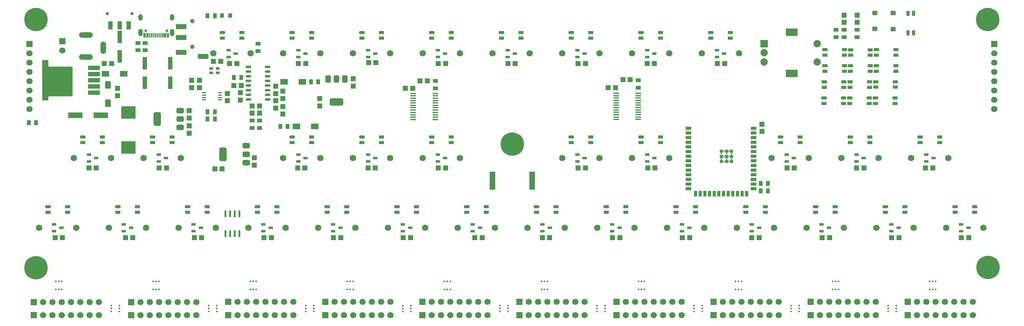
<source format=gbr>
%TF.GenerationSoftware,KiCad,Pcbnew,9.0.2*%
%TF.CreationDate,2025-12-20T18:09:27-05:00*%
%TF.ProjectId,Fracture,46726163-7475-4726-952e-6b696361645f,rev?*%
%TF.SameCoordinates,Original*%
%TF.FileFunction,Soldermask,Bot*%
%TF.FilePolarity,Negative*%
%FSLAX46Y46*%
G04 Gerber Fmt 4.6, Leading zero omitted, Abs format (unit mm)*
G04 Created by KiCad (PCBNEW 9.0.2) date 2025-12-20 18:09:27*
%MOMM*%
%LPD*%
G01*
G04 APERTURE LIST*
G04 Aperture macros list*
%AMRoundRect*
0 Rectangle with rounded corners*
0 $1 Rounding radius*
0 $2 $3 $4 $5 $6 $7 $8 $9 X,Y pos of 4 corners*
0 Add a 4 corners polygon primitive as box body*
4,1,4,$2,$3,$4,$5,$6,$7,$8,$9,$2,$3,0*
0 Add four circle primitives for the rounded corners*
1,1,$1+$1,$2,$3*
1,1,$1+$1,$4,$5*
1,1,$1+$1,$6,$7*
1,1,$1+$1,$8,$9*
0 Add four rect primitives between the rounded corners*
20,1,$1+$1,$2,$3,$4,$5,0*
20,1,$1+$1,$4,$5,$6,$7,0*
20,1,$1+$1,$6,$7,$8,$9,0*
20,1,$1+$1,$8,$9,$2,$3,0*%
%AMFreePoly0*
4,1,21,4.105355,5.175355,4.120000,5.140000,4.120000,-5.780000,4.105355,-5.815355,4.070000,-5.830000,2.540000,-5.830000,2.504645,-5.815355,2.490000,-5.780000,2.490000,-4.050000,-4.060000,-4.050000,-4.095355,-4.035355,-4.110000,-4.000000,-4.110000,4.000000,-4.095355,4.035355,-4.060000,4.050000,2.490000,4.050000,2.490000,5.140000,2.504645,5.175355,2.540000,5.190000,4.070000,5.190000,
4.105355,5.175355,4.105355,5.175355,$1*%
G04 Aperture macros list end*
%ADD10C,1.750000*%
%ADD11R,1.250000X0.700000*%
%ADD12R,1.700000X1.700000*%
%ADD13C,1.700000*%
%ADD14C,0.500000*%
%ADD15C,0.800000*%
%ADD16C,6.400000*%
%ADD17R,2.000000X2.000000*%
%ADD18C,2.000000*%
%ADD19R,3.200000X2.000000*%
%ADD20R,4.000000X1.600000*%
%ADD21R,1.410000X1.350000*%
%ADD22R,1.380000X1.130000*%
%ADD23R,1.450000X0.820000*%
%ADD24RoundRect,0.205000X0.520000X0.205000X-0.520000X0.205000X-0.520000X-0.205000X0.520000X-0.205000X0*%
%ADD25R,1.500000X5.000000*%
%ADD26R,1.360000X1.230000*%
%ADD27R,1.350000X1.410000*%
%ADD28C,0.900000*%
%ADD29R,1.200000X2.200000*%
%ADD30R,1.650000X0.400000*%
%ADD31R,2.060000X1.540000*%
%ADD32R,1.130000X1.380000*%
%ADD33R,0.820000X1.450000*%
%ADD34RoundRect,0.205000X-0.205000X0.520000X-0.205000X-0.520000X0.205000X-0.520000X0.205000X0.520000X0*%
%ADD35RoundRect,0.375000X-0.375000X0.625000X-0.375000X-0.625000X0.375000X-0.625000X0.375000X0.625000X0*%
%ADD36RoundRect,0.500000X-1.400000X0.500000X-1.400000X-0.500000X1.400000X-0.500000X1.400000X0.500000X0*%
%ADD37RoundRect,0.375000X0.625000X0.375000X-0.625000X0.375000X-0.625000X-0.375000X0.625000X-0.375000X0*%
%ADD38RoundRect,0.500000X0.500000X1.400000X-0.500000X1.400000X-0.500000X-1.400000X0.500000X-1.400000X0*%
%ADD39R,3.200000X1.150000*%
%ADD40FreePoly0,180.000000*%
%ADD41O,0.570000X1.950000*%
%ADD42R,1.000000X0.800000*%
%ADD43R,4.000000X3.500000*%
%ADD44C,1.200000*%
%ADD45R,3.000000X1.400000*%
%ADD46R,1.200000X3.500000*%
%ADD47R,1.000000X1.250000*%
%ADD48R,1.100000X0.400000*%
%ADD49R,1.540000X2.060000*%
%ADD50C,0.750000*%
%ADD51O,1.200000X2.000000*%
%ADD52O,1.200000X1.800000*%
%ADD53R,0.300000X1.300000*%
%ADD54O,1.600000X0.600000*%
%ADD55O,3.800000X1.500000*%
%ADD56O,1.500000X3.400000*%
%ADD57C,0.400000*%
%ADD58R,1.500000X0.900000*%
%ADD59R,0.900000X1.500000*%
%ADD60R,0.900000X0.900000*%
G04 APERTURE END LIST*
D10*
%TO.C,S1*%
X67220000Y-38075000D03*
X77380000Y-38075000D03*
D11*
X71325000Y-39050000D03*
X71325000Y-37150000D03*
X73325000Y-38100000D03*
%TD*%
D10*
%TO.C,S13*%
X124370000Y-66650000D03*
X134530000Y-66650000D03*
D11*
X128475000Y-67625000D03*
X128475000Y-65725000D03*
X130475000Y-66675000D03*
%TD*%
D10*
%TO.C,S7*%
X181520000Y-38075000D03*
X191680000Y-38075000D03*
D11*
X185625000Y-39050000D03*
X185625000Y-37150000D03*
X187625000Y-38100000D03*
%TD*%
D10*
%TO.C,S25*%
X133895000Y-85700000D03*
X144055000Y-85700000D03*
D11*
X138000000Y-86675000D03*
X138000000Y-84775000D03*
X140000000Y-85725000D03*
%TD*%
D12*
%TO.C,J5*%
X44730000Y-109570000D03*
D13*
X47270000Y-109570000D03*
X49810000Y-109570000D03*
X52350000Y-109570000D03*
X54890000Y-109570000D03*
X57430000Y-109570000D03*
X59970000Y-109570000D03*
X62510000Y-109570000D03*
%TD*%
D14*
%TO.C,mouse-bite-2.54mm-slot*%
X156745000Y-100350000D03*
X156745000Y-102550000D03*
X157545000Y-100350000D03*
X157545000Y-102550000D03*
X158345000Y-100350000D03*
X158345000Y-102550000D03*
%TD*%
D10*
%TO.C,S31*%
X248195000Y-85700000D03*
X258355000Y-85700000D03*
D11*
X252300000Y-86675000D03*
X252300000Y-84775000D03*
X254300000Y-85725000D03*
%TD*%
D14*
%TO.C,mouse-bite-2.54mm-slot*%
X209745000Y-100350000D03*
X209745000Y-102550000D03*
X210545000Y-100350000D03*
X210545000Y-102550000D03*
X211345000Y-100350000D03*
X211345000Y-102550000D03*
%TD*%
D10*
%TO.C,S10*%
X48170000Y-66650000D03*
X58330000Y-66650000D03*
D11*
X52275000Y-67625000D03*
X52275000Y-65725000D03*
X54275000Y-66675000D03*
%TD*%
D15*
%TO.C,H2*%
X276302944Y-96497056D03*
X277005888Y-94800000D03*
X277005888Y-98194112D03*
X278702944Y-94097056D03*
D16*
X278702944Y-96497056D03*
D15*
X278702944Y-98897056D03*
X280400000Y-94800000D03*
X280400000Y-98194112D03*
X281102944Y-96497056D03*
%TD*%
D10*
%TO.C,S21*%
X57695000Y-85700000D03*
X67855000Y-85700000D03*
D11*
X61800000Y-86675000D03*
X61800000Y-84775000D03*
X63800000Y-85725000D03*
%TD*%
D10*
%TO.C,S32*%
X267245000Y-85700000D03*
X277405000Y-85700000D03*
D11*
X271350000Y-86675000D03*
X271350000Y-84775000D03*
X273350000Y-85725000D03*
%TD*%
D14*
%TO.C,mouse-bite-2.54mm-slot*%
X171895000Y-108520000D03*
X174095000Y-108520000D03*
X171895000Y-107720000D03*
X174095000Y-107720000D03*
X171895000Y-106920000D03*
X174095000Y-106920000D03*
%TD*%
%TO.C,mouse-bite-2.54mm-slot*%
X262745000Y-100350000D03*
X262745000Y-102550000D03*
X263545000Y-100350000D03*
X263545000Y-102550000D03*
X264345000Y-100350000D03*
X264345000Y-102550000D03*
%TD*%
D10*
%TO.C,S26*%
X152945000Y-85700000D03*
X163105000Y-85700000D03*
D11*
X157050000Y-86675000D03*
X157050000Y-84775000D03*
X159050000Y-85725000D03*
%TD*%
D14*
%TO.C,mouse-bite-2.54mm-slot*%
X130245000Y-100350000D03*
X130245000Y-102550000D03*
X131045000Y-100350000D03*
X131045000Y-102550000D03*
X131845000Y-100350000D03*
X131845000Y-102550000D03*
%TD*%
D12*
%TO.C,J5*%
X256725000Y-109540000D03*
D13*
X259265000Y-109540000D03*
X261805000Y-109540000D03*
X264345000Y-109540000D03*
X266885000Y-109540000D03*
X269425000Y-109540000D03*
X271965000Y-109540000D03*
X274505000Y-109540000D03*
%TD*%
D14*
%TO.C,mouse-bite-2.54mm-slot*%
X198395000Y-108520000D03*
X200595000Y-108520000D03*
X198395000Y-107720000D03*
X200595000Y-107720000D03*
X198395000Y-106920000D03*
X200595000Y-106920000D03*
%TD*%
D10*
%TO.C,S15*%
X181520000Y-66650000D03*
X191680000Y-66650000D03*
D11*
X185625000Y-67625000D03*
X185625000Y-65725000D03*
X187625000Y-66675000D03*
%TD*%
D12*
%TO.C,J5*%
X97725000Y-109540000D03*
D13*
X100265000Y-109540000D03*
X102805000Y-109540000D03*
X105345000Y-109540000D03*
X107885000Y-109540000D03*
X110425000Y-109540000D03*
X112965000Y-109540000D03*
X115505000Y-109540000D03*
%TD*%
D10*
%TO.C,S5*%
X143420000Y-38075000D03*
X153580000Y-38075000D03*
D11*
X147525000Y-39050000D03*
X147525000Y-37150000D03*
X149525000Y-38100000D03*
%TD*%
D10*
%TO.C,S18*%
X257720000Y-66650000D03*
X267880000Y-66650000D03*
D11*
X261825000Y-67625000D03*
X261825000Y-65725000D03*
X263825000Y-66675000D03*
%TD*%
D10*
%TO.C,S11*%
X86270000Y-66650000D03*
X96430000Y-66650000D03*
D11*
X90375000Y-67625000D03*
X90375000Y-65725000D03*
X92375000Y-66675000D03*
%TD*%
D12*
%TO.C,J6*%
X230220000Y-105965000D03*
D13*
X232760000Y-105965000D03*
X235300000Y-105965000D03*
X237840000Y-105965000D03*
X240380000Y-105965000D03*
X242920000Y-105965000D03*
X245460000Y-105965000D03*
X248000000Y-105965000D03*
%TD*%
D12*
%TO.C,J6*%
X124220000Y-105965000D03*
D13*
X126760000Y-105965000D03*
X129300000Y-105965000D03*
X131840000Y-105965000D03*
X134380000Y-105965000D03*
X136920000Y-105965000D03*
X139460000Y-105965000D03*
X142000000Y-105965000D03*
%TD*%
D15*
%TO.C,H5*%
X146400000Y-62800000D03*
X147102944Y-61102944D03*
X147102944Y-64497056D03*
X148800000Y-60400000D03*
D16*
X148800000Y-62800000D03*
D15*
X148800000Y-65200000D03*
X150497056Y-61102944D03*
X150497056Y-64497056D03*
X151200000Y-62800000D03*
%TD*%
D10*
%TO.C,S14*%
X162470000Y-66650000D03*
X172630000Y-66650000D03*
D11*
X166575000Y-67625000D03*
X166575000Y-65725000D03*
X168575000Y-66675000D03*
%TD*%
D12*
%TO.C,J6*%
X177220000Y-105965000D03*
D13*
X179760000Y-105965000D03*
X182300000Y-105965000D03*
X184840000Y-105965000D03*
X187380000Y-105965000D03*
X189920000Y-105965000D03*
X192460000Y-105965000D03*
X195000000Y-105965000D03*
%TD*%
D12*
%TO.C,J3*%
X17000000Y-35520000D03*
D13*
X17000000Y-38060000D03*
X17000000Y-40600000D03*
X17000000Y-43140000D03*
X17000000Y-45680000D03*
X17000000Y-48220000D03*
X17000000Y-50760000D03*
X17000000Y-53300000D03*
%TD*%
D10*
%TO.C,S29*%
X210095000Y-85700000D03*
X220255000Y-85700000D03*
D11*
X214200000Y-86675000D03*
X214200000Y-84775000D03*
X216200000Y-85725000D03*
%TD*%
D12*
%TO.C,J6*%
X150720000Y-105965000D03*
D13*
X153260000Y-105965000D03*
X155800000Y-105965000D03*
X158340000Y-105965000D03*
X160880000Y-105965000D03*
X163420000Y-105965000D03*
X165960000Y-105965000D03*
X168500000Y-105965000D03*
%TD*%
D10*
%TO.C,S27*%
X171995000Y-85700000D03*
X182155000Y-85700000D03*
D11*
X176100000Y-86675000D03*
X176100000Y-84775000D03*
X178100000Y-85725000D03*
%TD*%
D14*
%TO.C,mouse-bite-2.54mm-slot*%
X145395000Y-108520000D03*
X147595000Y-108520000D03*
X145395000Y-107720000D03*
X147595000Y-107720000D03*
X145395000Y-106920000D03*
X147595000Y-106920000D03*
%TD*%
D12*
%TO.C,J6*%
X44725000Y-105995000D03*
D13*
X47265000Y-105995000D03*
X49805000Y-105995000D03*
X52345000Y-105995000D03*
X54885000Y-105995000D03*
X57425000Y-105995000D03*
X59965000Y-105995000D03*
X62505000Y-105995000D03*
%TD*%
D12*
%TO.C,J6*%
X203720000Y-105965000D03*
D13*
X206260000Y-105965000D03*
X208800000Y-105965000D03*
X211340000Y-105965000D03*
X213880000Y-105965000D03*
X216420000Y-105965000D03*
X218960000Y-105965000D03*
X221500000Y-105965000D03*
%TD*%
D10*
%TO.C,S8*%
X200570000Y-38075000D03*
X210730000Y-38075000D03*
D11*
X204675000Y-39050000D03*
X204675000Y-37150000D03*
X206675000Y-38100000D03*
%TD*%
D14*
%TO.C,mouse-bite-2.54mm-slot*%
X92395000Y-108520000D03*
X94595000Y-108520000D03*
X92395000Y-107720000D03*
X94595000Y-107720000D03*
X92395000Y-106920000D03*
X94595000Y-106920000D03*
%TD*%
%TO.C,mouse-bite-2.54mm-slot*%
X77245000Y-100350000D03*
X77245000Y-102550000D03*
X78045000Y-100350000D03*
X78045000Y-102550000D03*
X78845000Y-100350000D03*
X78845000Y-102550000D03*
%TD*%
%TO.C,mouse-bite-2.54mm-slot*%
X65900000Y-108550000D03*
X68100000Y-108550000D03*
X65900000Y-107750000D03*
X68100000Y-107750000D03*
X65900000Y-106950000D03*
X68100000Y-106950000D03*
%TD*%
%TO.C,mouse-bite-2.54mm-slot*%
X236245000Y-100350000D03*
X236245000Y-102550000D03*
X237045000Y-100350000D03*
X237045000Y-102550000D03*
X237845000Y-100350000D03*
X237845000Y-102550000D03*
%TD*%
D12*
%TO.C,J5*%
X124225000Y-109540000D03*
D13*
X126765000Y-109540000D03*
X129305000Y-109540000D03*
X131845000Y-109540000D03*
X134385000Y-109540000D03*
X136925000Y-109540000D03*
X139465000Y-109540000D03*
X142005000Y-109540000D03*
%TD*%
D10*
%TO.C,S30*%
X229145000Y-85700000D03*
X239305000Y-85700000D03*
D11*
X233250000Y-86675000D03*
X233250000Y-84775000D03*
X235250000Y-85725000D03*
%TD*%
D12*
%TO.C,J5*%
X203725000Y-109540000D03*
D13*
X206265000Y-109540000D03*
X208805000Y-109540000D03*
X211345000Y-109540000D03*
X213885000Y-109540000D03*
X216425000Y-109540000D03*
X218965000Y-109540000D03*
X221505000Y-109540000D03*
%TD*%
D10*
%TO.C,S3*%
X105320000Y-38075000D03*
X115480000Y-38075000D03*
D11*
X109425000Y-39050000D03*
X109425000Y-37150000D03*
X111425000Y-38100000D03*
%TD*%
D14*
%TO.C,mouse-bite-2.54mm-slot*%
X24200000Y-100380000D03*
X24200000Y-102580000D03*
X25000000Y-100380000D03*
X25000000Y-102580000D03*
X25800000Y-100380000D03*
X25800000Y-102580000D03*
%TD*%
D12*
%TO.C,J5*%
X177225000Y-109540000D03*
D13*
X179765000Y-109540000D03*
X182305000Y-109540000D03*
X184845000Y-109540000D03*
X187385000Y-109540000D03*
X189925000Y-109540000D03*
X192465000Y-109540000D03*
X195005000Y-109540000D03*
%TD*%
D10*
%TO.C,S17*%
X238670000Y-66650000D03*
X248830000Y-66650000D03*
D11*
X242775000Y-67625000D03*
X242775000Y-65725000D03*
X244775000Y-66675000D03*
%TD*%
D12*
%TO.C,J6*%
X18175000Y-105995000D03*
D13*
X20715000Y-105995000D03*
X23255000Y-105995000D03*
X25795000Y-105995000D03*
X28335000Y-105995000D03*
X30875000Y-105995000D03*
X33415000Y-105995000D03*
X35955000Y-105995000D03*
%TD*%
D14*
%TO.C,mouse-bite-2.54mm-slot*%
X183245000Y-100350000D03*
X183245000Y-102550000D03*
X184045000Y-100350000D03*
X184045000Y-102550000D03*
X184845000Y-100350000D03*
X184845000Y-102550000D03*
%TD*%
D10*
%TO.C,S9*%
X29120000Y-66650000D03*
X39280000Y-66650000D03*
D11*
X33225000Y-67625000D03*
X33225000Y-65725000D03*
X35225000Y-66675000D03*
%TD*%
D17*
%TO.C,SW4*%
X217575000Y-35400000D03*
D18*
X217575000Y-40400000D03*
X217575000Y-37900000D03*
D19*
X225075000Y-32300000D03*
X225075000Y-43500000D03*
D18*
X232075000Y-40400000D03*
X232075000Y-35400000D03*
%TD*%
D14*
%TO.C,mouse-bite-2.54mm-slot*%
X251395000Y-108520000D03*
X253595000Y-108520000D03*
X251395000Y-107720000D03*
X253595000Y-107720000D03*
X251395000Y-106920000D03*
X253595000Y-106920000D03*
%TD*%
D12*
%TO.C,J5*%
X230225000Y-109540000D03*
D13*
X232765000Y-109540000D03*
X235305000Y-109540000D03*
X237845000Y-109540000D03*
X240385000Y-109540000D03*
X242925000Y-109540000D03*
X245465000Y-109540000D03*
X248005000Y-109540000D03*
%TD*%
D12*
%TO.C,J6*%
X256720000Y-105965000D03*
D13*
X259260000Y-105965000D03*
X261800000Y-105965000D03*
X264340000Y-105965000D03*
X266880000Y-105965000D03*
X269420000Y-105965000D03*
X271960000Y-105965000D03*
X274500000Y-105965000D03*
%TD*%
D10*
%TO.C,S20*%
X38645000Y-85700000D03*
X48805000Y-85700000D03*
D11*
X42750000Y-86675000D03*
X42750000Y-84775000D03*
X44750000Y-85725000D03*
%TD*%
D14*
%TO.C,mouse-bite-2.54mm-slot*%
X39350000Y-108550000D03*
X41550000Y-108550000D03*
X39350000Y-107750000D03*
X41550000Y-107750000D03*
X39350000Y-106950000D03*
X41550000Y-106950000D03*
%TD*%
D12*
%TO.C,J5*%
X18180000Y-109570000D03*
D13*
X20720000Y-109570000D03*
X23260000Y-109570000D03*
X25800000Y-109570000D03*
X28340000Y-109570000D03*
X30880000Y-109570000D03*
X33420000Y-109570000D03*
X35960000Y-109570000D03*
%TD*%
D12*
%TO.C,J5*%
X71225000Y-109540000D03*
D13*
X73765000Y-109540000D03*
X76305000Y-109540000D03*
X78845000Y-109540000D03*
X81385000Y-109540000D03*
X83925000Y-109540000D03*
X86465000Y-109540000D03*
X89005000Y-109540000D03*
%TD*%
D10*
%TO.C,S16*%
X219620000Y-66650000D03*
X229780000Y-66650000D03*
D11*
X223725000Y-67625000D03*
X223725000Y-65725000D03*
X225725000Y-66675000D03*
%TD*%
D10*
%TO.C,S6*%
X162470000Y-38075000D03*
X172630000Y-38075000D03*
D11*
X166575000Y-39050000D03*
X166575000Y-37150000D03*
X168575000Y-38100000D03*
%TD*%
D12*
%TO.C,J6*%
X71220000Y-105965000D03*
D13*
X73760000Y-105965000D03*
X76300000Y-105965000D03*
X78840000Y-105965000D03*
X81380000Y-105965000D03*
X83920000Y-105965000D03*
X86460000Y-105965000D03*
X89000000Y-105965000D03*
%TD*%
D10*
%TO.C,S19*%
X19595000Y-85700000D03*
X29755000Y-85700000D03*
D11*
X23700000Y-86675000D03*
X23700000Y-84775000D03*
X25700000Y-85725000D03*
%TD*%
D10*
%TO.C,S4*%
X124370000Y-38075000D03*
X134530000Y-38075000D03*
D11*
X128475000Y-39050000D03*
X128475000Y-37150000D03*
X130475000Y-38100000D03*
%TD*%
D15*
%TO.C,H3*%
X16400000Y-28800000D03*
X17102944Y-27102944D03*
X17102944Y-30497056D03*
X18800000Y-26400000D03*
D16*
X18800000Y-28800000D03*
D15*
X18800000Y-31200000D03*
X20497056Y-27102944D03*
X20497056Y-30497056D03*
X21200000Y-28800000D03*
%TD*%
D10*
%TO.C,S24*%
X114845000Y-85700000D03*
X125005000Y-85700000D03*
D11*
X118950000Y-86675000D03*
X118950000Y-84775000D03*
X120950000Y-85725000D03*
%TD*%
D10*
%TO.C,S23*%
X95795000Y-85700000D03*
X105955000Y-85700000D03*
D11*
X99900000Y-86675000D03*
X99900000Y-84775000D03*
X101900000Y-85725000D03*
%TD*%
D15*
%TO.C,H4*%
X276200000Y-28800000D03*
X276902944Y-27102944D03*
X276902944Y-30497056D03*
X278600000Y-26400000D03*
D16*
X278600000Y-28800000D03*
D15*
X278600000Y-31200000D03*
X280297056Y-27102944D03*
X280297056Y-30497056D03*
X281000000Y-28800000D03*
%TD*%
%TO.C,H1*%
X16400000Y-96600000D03*
X17102944Y-94902944D03*
X17102944Y-98297056D03*
X18800000Y-94200000D03*
D16*
X18800000Y-96600000D03*
D15*
X18800000Y-99000000D03*
X20497056Y-94902944D03*
X20497056Y-98297056D03*
X21200000Y-96600000D03*
%TD*%
D12*
%TO.C,J4*%
X280400000Y-35520000D03*
D13*
X280400000Y-38060000D03*
X280400000Y-40600000D03*
X280400000Y-43140000D03*
X280400000Y-45680000D03*
X280400000Y-48220000D03*
X280400000Y-50760000D03*
X280400000Y-53300000D03*
%TD*%
D10*
%TO.C,S22*%
X76745000Y-85700000D03*
X86905000Y-85700000D03*
D11*
X80850000Y-86675000D03*
X80850000Y-84775000D03*
X82850000Y-85725000D03*
%TD*%
D10*
%TO.C,S12*%
X105320000Y-66650000D03*
X115480000Y-66650000D03*
D11*
X109425000Y-67625000D03*
X109425000Y-65725000D03*
X111425000Y-66675000D03*
%TD*%
D10*
%TO.C,S28*%
X191045000Y-85700000D03*
X201205000Y-85700000D03*
D11*
X195150000Y-86675000D03*
X195150000Y-84775000D03*
X197150000Y-85725000D03*
%TD*%
D14*
%TO.C,mouse-bite-2.54mm-slot*%
X103745000Y-100350000D03*
X103745000Y-102550000D03*
X104545000Y-100350000D03*
X104545000Y-102550000D03*
X105345000Y-100350000D03*
X105345000Y-102550000D03*
%TD*%
D10*
%TO.C,S2*%
X86270000Y-38075000D03*
X96430000Y-38075000D03*
D11*
X90375000Y-39050000D03*
X90375000Y-37150000D03*
X92375000Y-38100000D03*
%TD*%
D12*
%TO.C,J5*%
X150725000Y-109540000D03*
D13*
X153265000Y-109540000D03*
X155805000Y-109540000D03*
X158345000Y-109540000D03*
X160885000Y-109540000D03*
X163425000Y-109540000D03*
X165965000Y-109540000D03*
X168505000Y-109540000D03*
%TD*%
D12*
%TO.C,J6*%
X97720000Y-105965000D03*
D13*
X100260000Y-105965000D03*
X102800000Y-105965000D03*
X105340000Y-105965000D03*
X107880000Y-105965000D03*
X110420000Y-105965000D03*
X112960000Y-105965000D03*
X115500000Y-105965000D03*
%TD*%
D14*
%TO.C,mouse-bite-2.54mm-slot*%
X118895000Y-108520000D03*
X121095000Y-108520000D03*
X118895000Y-107720000D03*
X121095000Y-107720000D03*
X118895000Y-106920000D03*
X121095000Y-106920000D03*
%TD*%
%TO.C,mouse-bite-2.54mm-slot*%
X224895000Y-108520000D03*
X227095000Y-108520000D03*
X224895000Y-107720000D03*
X227095000Y-107720000D03*
X224895000Y-106920000D03*
X227095000Y-106920000D03*
%TD*%
%TO.C,mouse-bite-2.54mm-slot*%
X50750000Y-100380000D03*
X50750000Y-102580000D03*
X51550000Y-100380000D03*
X51550000Y-102580000D03*
X52350000Y-100380000D03*
X52350000Y-102580000D03*
%TD*%
D20*
%TO.C,C13*%
X36500000Y-55000000D03*
X29500000Y-55000000D03*
%TD*%
D21*
%TO.C,C22*%
X187600000Y-40800000D03*
X185600000Y-40800000D03*
%TD*%
D22*
%TO.C,R4*%
X46600000Y-35200000D03*
X46600000Y-37200000D03*
%TD*%
%TO.C,R13*%
X77800000Y-56400000D03*
X77800000Y-58400000D03*
%TD*%
D23*
%TO.C,LED11*%
X94050000Y-60925000D03*
D24*
X88700000Y-60925000D03*
D23*
X88700000Y-62425000D03*
X94050000Y-62425000D03*
%TD*%
%TO.C,LED23*%
X103575000Y-79975000D03*
D24*
X98225000Y-79975000D03*
D23*
X98225000Y-81475000D03*
X103575000Y-81475000D03*
%TD*%
D22*
%TO.C,R9*%
X239400000Y-33600000D03*
X239400000Y-31600000D03*
%TD*%
D23*
%TO.C,LED7*%
X189300000Y-32350000D03*
D24*
X183950000Y-32350000D03*
D23*
X183950000Y-33850000D03*
X189300000Y-33850000D03*
%TD*%
D21*
%TO.C,C45*%
X235400000Y-88400000D03*
X233400000Y-88400000D03*
%TD*%
%TO.C,C30*%
X187800000Y-69400000D03*
X185800000Y-69400000D03*
%TD*%
%TO.C,C29*%
X168800000Y-69400000D03*
X166800000Y-69400000D03*
%TD*%
D23*
%TO.C,LED33*%
X239475000Y-37050000D03*
D24*
X234125000Y-37050000D03*
D23*
X234125000Y-38550000D03*
X239475000Y-38550000D03*
%TD*%
D21*
%TO.C,C17*%
X92400000Y-40800000D03*
X90400000Y-40800000D03*
%TD*%
D25*
%TO.C,BUZZER1*%
X143400000Y-72800000D03*
X154200000Y-72800000D03*
%TD*%
D12*
%TO.C,J1*%
X26000000Y-34710000D03*
D13*
X26000000Y-37250000D03*
%TD*%
D23*
%TO.C,LED14*%
X170250000Y-60925000D03*
D24*
X164900000Y-60925000D03*
D23*
X164900000Y-62425000D03*
X170250000Y-62425000D03*
%TD*%
D21*
%TO.C,C33*%
X263600000Y-69400000D03*
X261600000Y-69400000D03*
%TD*%
D26*
%TO.C,SW2*%
X252800000Y-31400000D03*
X252800000Y-27040000D03*
%TD*%
D21*
%TO.C,C39*%
X121000000Y-88400000D03*
X119000000Y-88400000D03*
%TD*%
D23*
%TO.C,LED15*%
X189300000Y-60925000D03*
D24*
X183950000Y-60925000D03*
D23*
X183950000Y-62425000D03*
X189300000Y-62425000D03*
%TD*%
D21*
%TO.C,C27*%
X111400000Y-69400000D03*
X109400000Y-69400000D03*
%TD*%
D27*
%TO.C,C2*%
X96200000Y-52400000D03*
X96200000Y-50400000D03*
%TD*%
%TO.C,C10*%
X60550000Y-55700000D03*
X60550000Y-53700000D03*
%TD*%
D21*
%TO.C,C32*%
X244800000Y-69400000D03*
X242800000Y-69400000D03*
%TD*%
%TO.C,C35*%
X45200000Y-88400000D03*
X43200000Y-88400000D03*
%TD*%
D23*
%TO.C,LED8*%
X208350000Y-32350000D03*
D24*
X203000000Y-32350000D03*
D23*
X203000000Y-33850000D03*
X208350000Y-33850000D03*
%TD*%
D27*
%TO.C,C61*%
X71000000Y-49000000D03*
X71000000Y-51000000D03*
%TD*%
D23*
%TO.C,LED3*%
X113100000Y-32350000D03*
D24*
X107750000Y-32350000D03*
D23*
X107750000Y-33850000D03*
X113100000Y-33850000D03*
%TD*%
%TO.C,LED39*%
X239350000Y-45850000D03*
D24*
X234000000Y-45850000D03*
D23*
X234000000Y-47350000D03*
X239350000Y-47350000D03*
%TD*%
D27*
%TO.C,C12*%
X41000000Y-47600000D03*
X41000000Y-49600000D03*
%TD*%
D21*
%TO.C,C34*%
X26000000Y-88400000D03*
X24000000Y-88400000D03*
%TD*%
D28*
%TO.C,SW1*%
X38200000Y-27187500D03*
X45000000Y-27187500D03*
D29*
X39100000Y-30387500D03*
X41600000Y-30387500D03*
X44100000Y-30387500D03*
%TD*%
D23*
%TO.C,LED10*%
X55950000Y-60925000D03*
D24*
X50600000Y-60925000D03*
D23*
X50600000Y-62425000D03*
X55950000Y-62425000D03*
%TD*%
%TO.C,LED22*%
X122625000Y-79975000D03*
D24*
X117275000Y-79975000D03*
D23*
X117275000Y-81475000D03*
X122625000Y-81475000D03*
%TD*%
D21*
%TO.C,C47*%
X273400000Y-88400000D03*
X271400000Y-88400000D03*
%TD*%
%TO.C,C25*%
X54400000Y-69400000D03*
X52400000Y-69400000D03*
%TD*%
D23*
%TO.C,LED36*%
X239475000Y-41450000D03*
D24*
X234125000Y-41450000D03*
D23*
X234125000Y-42950000D03*
X239475000Y-42950000D03*
%TD*%
D30*
%TO.C,U2*%
X127800000Y-49000000D03*
X127800000Y-49650000D03*
X127800000Y-50300000D03*
X127800000Y-50950000D03*
X127800000Y-51600000D03*
X127800000Y-52250000D03*
X127800000Y-52890000D03*
X127800000Y-53550000D03*
X127800000Y-54200000D03*
X127800000Y-54850000D03*
X127800000Y-55500000D03*
X127800000Y-56140000D03*
X121760000Y-56140000D03*
X121760000Y-55500000D03*
X121760000Y-54850000D03*
X121760000Y-54200000D03*
X121760000Y-53550000D03*
X121760000Y-52890000D03*
X121760000Y-52250000D03*
X121760000Y-51600000D03*
X121760000Y-50950000D03*
X121760000Y-50300000D03*
X121760000Y-49650000D03*
X121760000Y-49000000D03*
%TD*%
D23*
%TO.C,LED32*%
X275025000Y-79975000D03*
D24*
X269675000Y-79975000D03*
D23*
X269675000Y-81475000D03*
X275025000Y-81475000D03*
%TD*%
%TO.C,LED44*%
X253275000Y-50250000D03*
D24*
X247925000Y-50250000D03*
D23*
X247925000Y-51750000D03*
X253275000Y-51750000D03*
%TD*%
D27*
%TO.C,C49*%
X86200000Y-48400000D03*
X86200000Y-50400000D03*
%TD*%
D31*
%TO.C,D1*%
X86530000Y-45800000D03*
X91530000Y-45800000D03*
%TD*%
D23*
%TO.C,LED42*%
X239275000Y-50250000D03*
D24*
X233925000Y-50250000D03*
D23*
X233925000Y-51750000D03*
X239275000Y-51750000D03*
%TD*%
D32*
%TO.C,R7*%
X216600000Y-75600000D03*
X218600000Y-75600000D03*
%TD*%
D33*
%TO.C,LED45*%
X256850000Y-27125000D03*
D34*
X256850000Y-32475000D03*
D33*
X258350000Y-32475000D03*
X258350000Y-27125000D03*
%TD*%
D27*
%TO.C,C55*%
X61250000Y-45400000D03*
X61250000Y-47400000D03*
%TD*%
D32*
%TO.C,R16*%
X67600000Y-54000000D03*
X65600000Y-54000000D03*
%TD*%
D23*
%TO.C,LED25*%
X65475000Y-79975000D03*
D24*
X60125000Y-79975000D03*
D23*
X60125000Y-81475000D03*
X65475000Y-81475000D03*
%TD*%
D27*
%TO.C,C48*%
X84200000Y-47000000D03*
X84200000Y-49000000D03*
%TD*%
D23*
%TO.C,LED20*%
X160725000Y-79975000D03*
D24*
X155375000Y-79975000D03*
D23*
X155375000Y-81475000D03*
X160725000Y-81475000D03*
%TD*%
D21*
%TO.C,C28*%
X130600000Y-69400000D03*
X128600000Y-69400000D03*
%TD*%
D30*
%TO.C,U3*%
X183220000Y-48950000D03*
X183220000Y-49600000D03*
X183220000Y-50250000D03*
X183220000Y-50900000D03*
X183220000Y-51550000D03*
X183220000Y-52200000D03*
X183220000Y-52840000D03*
X183220000Y-53500000D03*
X183220000Y-54150000D03*
X183220000Y-54800000D03*
X183220000Y-55450000D03*
X183220000Y-56090000D03*
X177180000Y-56090000D03*
X177180000Y-55450000D03*
X177180000Y-54800000D03*
X177180000Y-54150000D03*
X177180000Y-53500000D03*
X177180000Y-52840000D03*
X177180000Y-52200000D03*
X177180000Y-51550000D03*
X177180000Y-50900000D03*
X177180000Y-50250000D03*
X177180000Y-49600000D03*
X177180000Y-48950000D03*
%TD*%
D21*
%TO.C,C26*%
X92200000Y-69400000D03*
X90200000Y-69400000D03*
%TD*%
%TO.C,C19*%
X130600000Y-40800000D03*
X128600000Y-40800000D03*
%TD*%
%TO.C,C15*%
X39400000Y-40800000D03*
X37400000Y-40800000D03*
%TD*%
%TO.C,C24*%
X35200000Y-69400000D03*
X33200000Y-69400000D03*
%TD*%
D23*
%TO.C,LED17*%
X217875000Y-79975000D03*
D24*
X212525000Y-79975000D03*
D23*
X212525000Y-81475000D03*
X217875000Y-81475000D03*
%TD*%
D35*
%TO.C,U1*%
X98500000Y-45050000D03*
X100800000Y-45050000D03*
D36*
X100800000Y-51350000D03*
D35*
X103100000Y-45050000D03*
%TD*%
D21*
%TO.C,C23*%
X206800000Y-40800000D03*
X204800000Y-40800000D03*
%TD*%
%TO.C,C6*%
X175000000Y-47400000D03*
X177000000Y-47400000D03*
%TD*%
D23*
%TO.C,LED24*%
X84525000Y-79975000D03*
D24*
X79175000Y-79975000D03*
D23*
X79175000Y-81475000D03*
X84525000Y-81475000D03*
%TD*%
D21*
%TO.C,C31*%
X225800000Y-69400000D03*
X223800000Y-69400000D03*
%TD*%
D37*
%TO.C,U4*%
X58150000Y-53700000D03*
X58150000Y-56000000D03*
D38*
X51850000Y-56000000D03*
D37*
X58150000Y-58300000D03*
%TD*%
D23*
%TO.C,LED21*%
X141675000Y-79975000D03*
D24*
X136325000Y-79975000D03*
D23*
X136325000Y-81475000D03*
X141675000Y-81475000D03*
%TD*%
D39*
%TO.C,U6*%
X34610000Y-42000000D03*
X34610000Y-43700000D03*
X34610000Y-45400000D03*
X34610000Y-47100000D03*
X34610000Y-48800000D03*
D40*
X24590000Y-45720000D03*
%TD*%
D21*
%TO.C,C43*%
X197200000Y-88400000D03*
X195200000Y-88400000D03*
%TD*%
%TO.C,C37*%
X83000000Y-88400000D03*
X81000000Y-88400000D03*
%TD*%
%TO.C,C16*%
X73600000Y-40800000D03*
X71600000Y-40800000D03*
%TD*%
D32*
%TO.C,R17*%
X67600000Y-56000000D03*
X65600000Y-56000000D03*
%TD*%
D21*
%TO.C,C42*%
X178200000Y-88400000D03*
X176200000Y-88400000D03*
%TD*%
D23*
%TO.C,LED1*%
X75000000Y-32350000D03*
D24*
X69650000Y-32350000D03*
D23*
X69650000Y-33850000D03*
X75000000Y-33850000D03*
%TD*%
%TO.C,LED29*%
X246450000Y-60925000D03*
D24*
X241100000Y-60925000D03*
D23*
X241100000Y-62425000D03*
X246450000Y-62425000D03*
%TD*%
%TO.C,LED12*%
X113100000Y-60925000D03*
D24*
X107750000Y-60925000D03*
D23*
X107750000Y-62425000D03*
X113100000Y-62425000D03*
%TD*%
D21*
%TO.C,C20*%
X149600000Y-40800000D03*
X147600000Y-40800000D03*
%TD*%
D41*
%TO.C,U7*%
X70490000Y-81890000D03*
X71770000Y-81890000D03*
X73030000Y-81890000D03*
X74300000Y-81890000D03*
X74300000Y-87310000D03*
X73030000Y-87310000D03*
X71770000Y-87310000D03*
X70490000Y-87310000D03*
%TD*%
D22*
%TO.C,R1*%
X127800000Y-45600000D03*
X127800000Y-47600000D03*
%TD*%
D23*
%TO.C,LED2*%
X94050000Y-32350000D03*
D24*
X88700000Y-32350000D03*
D23*
X88700000Y-33850000D03*
X94050000Y-33850000D03*
%TD*%
D21*
%TO.C,C52*%
X67200000Y-40200000D03*
X69200000Y-40200000D03*
%TD*%
D23*
%TO.C,LED4*%
X132150000Y-32350000D03*
D24*
X126800000Y-32350000D03*
D23*
X126800000Y-33850000D03*
X132150000Y-33850000D03*
%TD*%
D21*
%TO.C,C3*%
X181000000Y-45200000D03*
X179000000Y-45200000D03*
%TD*%
D23*
%TO.C,LED31*%
X255975000Y-79975000D03*
D24*
X250625000Y-79975000D03*
D23*
X250625000Y-81475000D03*
X255975000Y-81475000D03*
%TD*%
D21*
%TO.C,C21*%
X168800000Y-40800000D03*
X166800000Y-40800000D03*
%TD*%
%TO.C,C44*%
X216200000Y-88400000D03*
X214200000Y-88400000D03*
%TD*%
D22*
%TO.C,R3*%
X48600000Y-37200000D03*
X48600000Y-35200000D03*
%TD*%
D21*
%TO.C,C18*%
X111600000Y-40600000D03*
X109600000Y-40600000D03*
%TD*%
D23*
%TO.C,LED41*%
X253400000Y-45800000D03*
D24*
X248050000Y-45800000D03*
D23*
X248050000Y-47300000D03*
X253400000Y-47300000D03*
%TD*%
%TO.C,LED28*%
X265500000Y-60925000D03*
D24*
X260150000Y-60925000D03*
D23*
X260150000Y-62425000D03*
X265500000Y-62425000D03*
%TD*%
%TO.C,LED26*%
X46425000Y-79975000D03*
D24*
X41075000Y-79975000D03*
D23*
X41075000Y-81475000D03*
X46425000Y-81475000D03*
%TD*%
D21*
%TO.C,C38*%
X102000000Y-88400000D03*
X100000000Y-88400000D03*
%TD*%
D23*
%TO.C,LED18*%
X198825000Y-79975000D03*
D24*
X193475000Y-79975000D03*
D23*
X193475000Y-81475000D03*
X198825000Y-81475000D03*
%TD*%
D42*
%TO.C,U9*%
X66600000Y-42200000D03*
X68400000Y-42200000D03*
X68400000Y-43400000D03*
X66600000Y-43400000D03*
%TD*%
D27*
%TO.C,C53*%
X77800000Y-54400000D03*
X77800000Y-52400000D03*
%TD*%
D21*
%TO.C,C4*%
X125600000Y-45600000D03*
X123600000Y-45600000D03*
%TD*%
D23*
%TO.C,LED37*%
X246475000Y-41450000D03*
D24*
X241125000Y-41450000D03*
D23*
X241125000Y-42950000D03*
X246475000Y-42950000D03*
%TD*%
D27*
%TO.C,C50*%
X84200000Y-51000000D03*
X84200000Y-53000000D03*
%TD*%
D31*
%TO.C,D5*%
X94900000Y-58000000D03*
X89900000Y-58000000D03*
%TD*%
D43*
%TO.C,L2*%
X44000000Y-54200000D03*
X44000000Y-63800000D03*
%TD*%
D37*
%TO.C,U8*%
X76150000Y-63300000D03*
X76150000Y-65600000D03*
D38*
X69850000Y-65600000D03*
D37*
X76150000Y-67900000D03*
%TD*%
D23*
%TO.C,LED13*%
X132150000Y-60925000D03*
D24*
X126800000Y-60925000D03*
D23*
X126800000Y-62425000D03*
X132150000Y-62425000D03*
%TD*%
D27*
%TO.C,C62*%
X74600000Y-48800000D03*
X74600000Y-50800000D03*
%TD*%
D23*
%TO.C,LED34*%
X246550000Y-37062000D03*
D24*
X241200000Y-37062000D03*
D23*
X241200000Y-38562000D03*
X246550000Y-38562000D03*
%TD*%
D21*
%TO.C,C5*%
X119600000Y-47600000D03*
X121600000Y-47600000D03*
%TD*%
D27*
%TO.C,C51*%
X86200000Y-52600000D03*
X86200000Y-54600000D03*
%TD*%
D23*
%TO.C,LED27*%
X27375000Y-79975000D03*
D24*
X22025000Y-79975000D03*
D23*
X22025000Y-81475000D03*
X27375000Y-81475000D03*
%TD*%
%TO.C,LED9*%
X36900000Y-60925000D03*
D24*
X31550000Y-60925000D03*
D23*
X31550000Y-62425000D03*
X36900000Y-62425000D03*
%TD*%
D22*
%TO.C,R10*%
X237200000Y-31600000D03*
X237200000Y-33600000D03*
%TD*%
D26*
%TO.C,SW3*%
X247800000Y-31380000D03*
X247800000Y-27020000D03*
%TD*%
D32*
%TO.C,L1*%
X95770000Y-45800000D03*
X93830000Y-45800000D03*
%TD*%
D27*
%TO.C,C11*%
X239400000Y-27600000D03*
X239400000Y-29600000D03*
%TD*%
D22*
%TO.C,R2*%
X183200000Y-45400000D03*
X183200000Y-47400000D03*
%TD*%
D44*
%TO.C,CN1*%
X61400000Y-36245000D03*
X61400000Y-29245000D03*
D45*
X64400000Y-38845000D03*
X58400000Y-30745000D03*
X58400000Y-33745000D03*
X58400000Y-37745000D03*
%TD*%
D46*
%TO.C,C7*%
X41600000Y-33530000D03*
X41600000Y-38870000D03*
%TD*%
D21*
%TO.C,C46*%
X254400000Y-88400000D03*
X252400000Y-88400000D03*
%TD*%
D23*
%TO.C,LED40*%
X246350000Y-45850000D03*
D24*
X241000000Y-45850000D03*
D23*
X241000000Y-47350000D03*
X246350000Y-47350000D03*
%TD*%
D46*
%TO.C,C59*%
X55400000Y-46070000D03*
X55400000Y-40730000D03*
%TD*%
D47*
%TO.C,D2*%
X71771904Y-27721000D03*
X69571904Y-27721000D03*
%TD*%
D48*
%TO.C,U10*%
X68950000Y-48825000D03*
X68950000Y-49475000D03*
X68950000Y-50125000D03*
X68950000Y-50775000D03*
X64650000Y-50775000D03*
X64650000Y-50125000D03*
X64650000Y-49475000D03*
X64650000Y-48825000D03*
%TD*%
D27*
%TO.C,C8*%
X243000000Y-27600000D03*
X243000000Y-29600000D03*
%TD*%
D49*
%TO.C,D3*%
X38400000Y-46700000D03*
X38400000Y-51700000D03*
%TD*%
D21*
%TO.C,C58*%
X69600000Y-69600000D03*
X67600000Y-69600000D03*
%TD*%
D32*
%TO.C,R15*%
X74800000Y-44600000D03*
X72800000Y-44600000D03*
%TD*%
D27*
%TO.C,C1*%
X105400000Y-47000000D03*
X105400000Y-45000000D03*
%TD*%
D50*
%TO.C,P1*%
X48700000Y-31862500D03*
X54500000Y-31862500D03*
D51*
X47270000Y-32362500D03*
X55930000Y-32362500D03*
D52*
X55930000Y-28182500D03*
X47270000Y-28182500D03*
D53*
X48250000Y-33122500D03*
X49050000Y-33122500D03*
X50350000Y-33122500D03*
X51350000Y-33122500D03*
X51850000Y-33122500D03*
X52850000Y-33122500D03*
X54150000Y-33122500D03*
X54950000Y-33122500D03*
X54650000Y-33122500D03*
X53850000Y-33122500D03*
X53350000Y-33122500D03*
X52350000Y-33122500D03*
X50850000Y-33122500D03*
X49850000Y-33122500D03*
X49350000Y-33122500D03*
X48550000Y-33122500D03*
%TD*%
D21*
%TO.C,C36*%
X64000000Y-88400000D03*
X62000000Y-88400000D03*
%TD*%
D23*
%TO.C,LED19*%
X179775000Y-79975000D03*
D24*
X174425000Y-79975000D03*
D23*
X174425000Y-81475000D03*
X179775000Y-81475000D03*
%TD*%
D32*
%TO.C,R11*%
X18800000Y-57000000D03*
X16800000Y-57000000D03*
%TD*%
D23*
%TO.C,LED16*%
X236925000Y-79975000D03*
D24*
X231575000Y-79975000D03*
D23*
X231575000Y-81475000D03*
X236925000Y-81475000D03*
%TD*%
D32*
%TO.C,R5*%
X65600000Y-27800000D03*
X67600000Y-27800000D03*
%TD*%
D23*
%TO.C,LED43*%
X246275000Y-50250000D03*
D24*
X240925000Y-50250000D03*
D23*
X240925000Y-51750000D03*
X246275000Y-51750000D03*
%TD*%
D54*
%TO.C,U11*%
X82000000Y-41735000D03*
X82000000Y-43005000D03*
X82000000Y-44275000D03*
X82000000Y-45545000D03*
X82000000Y-46815000D03*
X82000000Y-48085000D03*
X82000000Y-49355000D03*
X82000000Y-50615000D03*
X76800000Y-50615000D03*
X76800000Y-49355000D03*
X76800000Y-48085000D03*
X76800000Y-46815000D03*
X76800000Y-45545000D03*
X76800000Y-44275000D03*
X76800000Y-43005000D03*
X76800000Y-41735000D03*
%TD*%
D32*
%TO.C,R8*%
X218600000Y-73600000D03*
X216600000Y-73600000D03*
%TD*%
D22*
%TO.C,R12*%
X79400000Y-35400000D03*
X79400000Y-37400000D03*
%TD*%
%TO.C,R14*%
X79800000Y-56400000D03*
X79800000Y-58400000D03*
%TD*%
D46*
%TO.C,C60*%
X48500000Y-46070000D03*
X48500000Y-40730000D03*
%TD*%
D23*
%TO.C,LED38*%
X253550000Y-41450000D03*
D24*
X248200000Y-41450000D03*
D23*
X248200000Y-42950000D03*
X253550000Y-42950000D03*
%TD*%
%TO.C,LED30*%
X227400000Y-60925000D03*
D24*
X222050000Y-60925000D03*
D23*
X222050000Y-62425000D03*
X227400000Y-62425000D03*
%TD*%
%TO.C,LED5*%
X151200000Y-32350000D03*
D24*
X145850000Y-32350000D03*
D23*
X145850000Y-33850000D03*
X151200000Y-33850000D03*
%TD*%
D55*
%TO.C,J2*%
X32435000Y-39037500D03*
X32435000Y-33037500D03*
D56*
X37095000Y-36537500D03*
%TD*%
D21*
%TO.C,C41*%
X159000000Y-88400000D03*
X157000000Y-88400000D03*
%TD*%
D27*
%TO.C,C54*%
X79800000Y-54400000D03*
X79800000Y-52400000D03*
%TD*%
D31*
%TO.C,D4*%
X42700000Y-43600000D03*
X37700000Y-43600000D03*
%TD*%
D21*
%TO.C,C63*%
X74800000Y-46800000D03*
X72800000Y-46800000D03*
%TD*%
D27*
%TO.C,C9*%
X60550000Y-59881000D03*
X60550000Y-57881000D03*
%TD*%
%TO.C,C14*%
X217000000Y-59400000D03*
X217000000Y-57400000D03*
%TD*%
D23*
%TO.C,LED35*%
X253550000Y-37050000D03*
D24*
X248200000Y-37050000D03*
D23*
X248200000Y-38550000D03*
X253550000Y-38550000D03*
%TD*%
D21*
%TO.C,C40*%
X140600000Y-88400000D03*
X138600000Y-88400000D03*
%TD*%
D22*
%TO.C,R6*%
X243000000Y-33600000D03*
X243000000Y-31600000D03*
%TD*%
D27*
%TO.C,C56*%
X63400000Y-45400000D03*
X63400000Y-47400000D03*
%TD*%
%TO.C,C57*%
X78400000Y-68600000D03*
X78400000Y-66600000D03*
%TD*%
D23*
%TO.C,LED6*%
X170250000Y-32350000D03*
D24*
X164900000Y-32350000D03*
D23*
X164900000Y-33850000D03*
X170250000Y-33850000D03*
%TD*%
D32*
%TO.C,L3*%
X85518096Y-58029000D03*
X87458096Y-58029000D03*
%TD*%
D57*
%TO.C,U5*%
X208700000Y-66892500D03*
X208700000Y-65492500D03*
X208000000Y-67592500D03*
X208000000Y-66192500D03*
X208000000Y-64792500D03*
X207300000Y-66892500D03*
X207300000Y-65492500D03*
X206600000Y-67592500D03*
X206600000Y-66192500D03*
X206600000Y-64792500D03*
X205900000Y-66892500D03*
X205900000Y-65492500D03*
D58*
X214700000Y-58482500D03*
X214700000Y-59752500D03*
X214700000Y-61022500D03*
X214700000Y-62292500D03*
X214700000Y-63562500D03*
X214700000Y-64832500D03*
X214700000Y-66102500D03*
X214700000Y-67372500D03*
X214700000Y-68642500D03*
X214700000Y-69912500D03*
X214700000Y-71182500D03*
X214700000Y-72452500D03*
X214700000Y-73722500D03*
X214700000Y-74992500D03*
D59*
X212780000Y-76382500D03*
X211510000Y-76382500D03*
X210240000Y-76382500D03*
X208970000Y-76382500D03*
X207700000Y-76382500D03*
X206430000Y-76382500D03*
X205160000Y-76382500D03*
X203890000Y-76382500D03*
X202620000Y-76382500D03*
X201350000Y-76382500D03*
X200080000Y-76382500D03*
X198810000Y-76382500D03*
D58*
X196900000Y-74992500D03*
X196900000Y-73722500D03*
X196900000Y-72452500D03*
X196900000Y-71182500D03*
X196900000Y-69912500D03*
X196900000Y-68642500D03*
X196900000Y-67372500D03*
X196900000Y-66102500D03*
X196900000Y-64832500D03*
X196900000Y-63562500D03*
X196900000Y-62292500D03*
X196900000Y-61022500D03*
X196900000Y-59752500D03*
X196900000Y-58482500D03*
D60*
X208700000Y-67592500D03*
X208700000Y-66192500D03*
X208700000Y-64792500D03*
X207300000Y-67592500D03*
X207300000Y-66192500D03*
X207300000Y-64792500D03*
X205900000Y-67592500D03*
X205900000Y-66192500D03*
X205900000Y-64792500D03*
%TD*%
M02*

</source>
